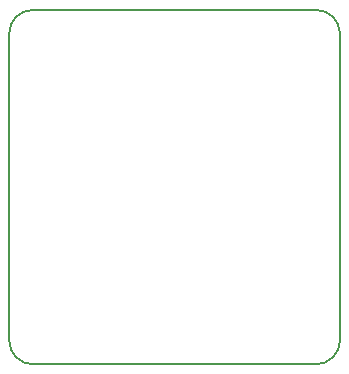
<source format=gbp>
G04 #@! TF.GenerationSoftware,KiCad,Pcbnew,5.1.5-52549c5~84~ubuntu19.10.1*
G04 #@! TF.CreationDate,2020-03-01T18:45:08+01:00*
G04 #@! TF.ProjectId,C245,43323435-2e6b-4696-9361-645f70636258,rev?*
G04 #@! TF.SameCoordinates,Original*
G04 #@! TF.FileFunction,Paste,Bot*
G04 #@! TF.FilePolarity,Positive*
%FSLAX46Y46*%
G04 Gerber Fmt 4.6, Leading zero omitted, Abs format (unit mm)*
G04 Created by KiCad (PCBNEW 5.1.5-52549c5~84~ubuntu19.10.1) date 2020-03-01 18:45:08*
%MOMM*%
%LPD*%
G04 APERTURE LIST*
%ADD10C,0.150000*%
G04 APERTURE END LIST*
D10*
X88000000Y-120000001D02*
G75*
G02X85999999Y-118000000I0J2000001D01*
G01*
X114000001Y-118000000D02*
G75*
G02X112000000Y-120000001I-2000001J0D01*
G01*
X112000000Y-89999999D02*
G75*
G02X114000001Y-92000000I0J-2000001D01*
G01*
X86000000Y-92000000D02*
G75*
G02X88000000Y-90000000I2000000J0D01*
G01*
X86000000Y-92000000D02*
X85999999Y-118000000D01*
X112000000Y-90000000D02*
X88000000Y-90000000D01*
X114000000Y-118000000D02*
X114000000Y-92000000D01*
X88000000Y-120000001D02*
X112000000Y-120000001D01*
M02*

</source>
